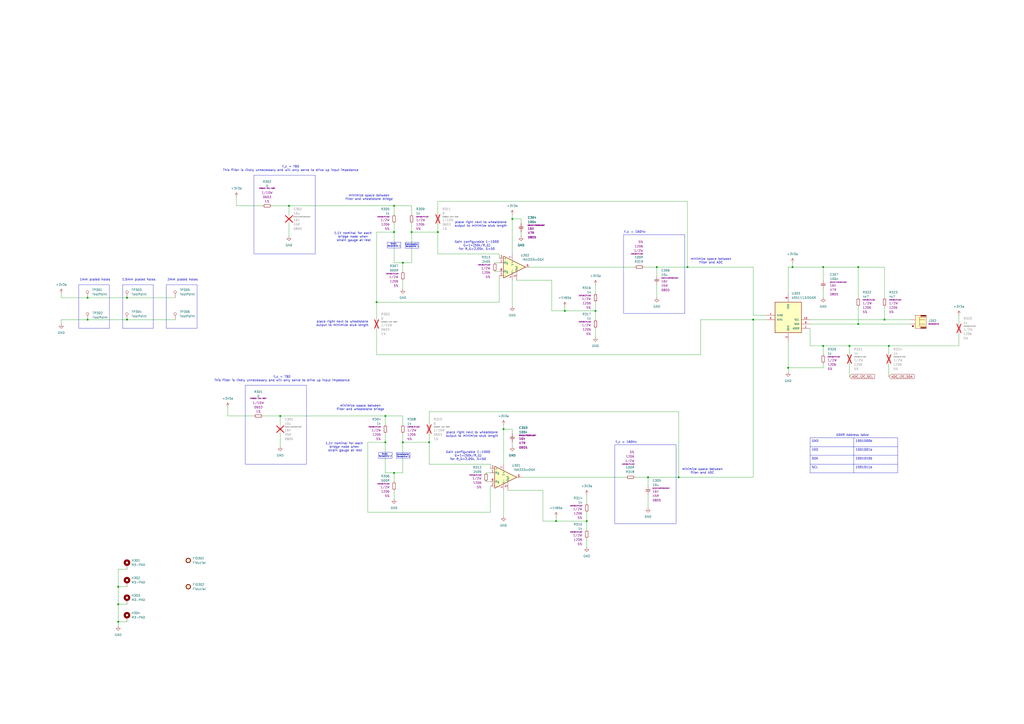
<source format=kicad_sch>
(kicad_sch (version 20250114) (generator "eeschema") (generator_version "9.0")
  (paper "A2")
  (rectangle (start 96.52 165.1) (end 114.3 190.5))
  (rectangle (start 229.9943 262.539) (end 237.8507 265.8999))
  (rectangle (start 235.0743 140.619) (end 242.9307 143.9799))
  (rectangle (start 224.6556 140.5157) (end 232.5373 143.8592))
  (rectangle (start 142.24 223.52) (end 177.8 269.24))
  (rectangle (start 45.72 165.1) (end 63.5 190.5))
  (rectangle (start 219.5756 262.4357) (end 227.4573 265.7792))
  (rectangle (start 361.696 136.144) (end 397.256 181.864))
  (rectangle (start 356.616 258.064) (end 392.176 303.784))
  (rectangle (start 71.12 165.1) (end 88.9 190.5))
  (rectangle (start 147.32 101.6) (end 182.88 147.32))
  (text "place right next to wheatstone\noutput to minimize stub length" (at 198.628 187.706 0) (effects (font (size 1.27 1.27))))
  (text "2mm plated holes\n" (at 105.918 162.306 0) (effects (font (size 1.27 1.27))))
  (text "Gain configurable 1-1000\nG=1+(50k/R_G)\nfor R_G=2.05k, G=50" (at 276.606 142.494 0) (effects (font (size 1.27 1.27))))
  (text "Compression \nSerpentine 1" (at 239.1227 142.4586 0) (effects (font (size 0.762 0.762))))
  (text "Strain \nSerpentine 2" (at 223.52 264.16 0) (effects (font (size 0.762 0.762))))
  (text "f_c = 160Hz" (at 368.3 134.62 0) (effects (font (size 1.27 1.27))))
  (text "Compression \nSerpentine 2" (at 234.0427 264.3786 0) (effects (font (size 0.762 0.762))))
  (text "1mm plated holes\n" (at 55.118 162.306 0) (effects (font (size 1.27 1.27))))
  (text "f_c = TBD\nThis filter is likely unnecessary and will only serve to drive up input impedance" (at 168.656 97.79 0) (effects (font (size 1.27 1.27))))
  (text "Gain configurable 1-1000\nG=1+(50k/R_G)\nfor R_G=2.05k, G=50" (at 271.526 264.414 0) (effects (font (size 1.27 1.27))))
  (text "f_c = TBD\nThis filter is likely unnecessary and will only serve to drive up input impedance" (at 163.576 219.71 0) (effects (font (size 1.27 1.27))))
  (text "place right next to wheatstone\noutput to minimize stub length" (at 278.892 130.048 0) (effects (font (size 1.27 1.27))))
  (text "minimize space between\nfilter and ADC\n" (at 412.496 151.384 0) (effects (font (size 1.27 1.27))))
  (text "1.5mm plated holes\n" (at 80.518 162.306 0) (effects (font (size 1.27 1.27))))
  (text "place right next to wheatstone\noutput to minimize stub length" (at 273.812 251.968 0) (effects (font (size 1.27 1.27))))
  (text "f_c = 160Hz" (at 363.22 256.54 0) (effects (font (size 1.27 1.27))))
  (text "1.1V nominal for each \nbridge node when \nstrain gauge at rest" (at 200.152 259.334 0) (effects (font (size 1.27 1.27))))
  (text "minimize space between\nfilter and wheatstone bridge" (at 209.042 236.474 0) (effects (font (size 1.27 1.27))))
  (text "1.1V nominal for each \nbridge node when \nstrain gauge at rest" (at 205.232 137.414 0) (effects (font (size 1.27 1.27))))
  (text "minimize space between\nfilter and ADC\n" (at 407.416 273.304 0) (effects (font (size 1.27 1.27))))
  (text "Strain \nSerpentine 1" (at 228.6 142.24 0) (effects (font (size 0.762 0.762))))
  (text "ADDR Address table" (at 494.538 252.476 0) (effects (font (size 1.27 1.27))))
  (text "minimize space between\nfilter and wheatstone bridge" (at 214.122 114.554 0) (effects (font (size 1.27 1.27))))
  (junction (at 513.08 185.42))
  (junction (at 327.66 180.34))
  (junction (at 228.6 119.38))
  (junction (at 233.68 152.4))
  (junction (at 50.8 185.42))
  (junction (at 167.64 119.38))
  (junction (at 497.84 154.94))
  (junction (at 393.7 276.86))
  (junction (at 457.2 213.36))
  (junction (at 515.62 200.66))
  (junction (at 477.52 200.66))
  (junction (at 398.78 154.94))
  (junction (at 73.66 185.42))
  (junction (at 381 154.94))
  (junction (at 322.58 302.26))
  (junction (at 345.44 180.34))
  (junction (at 477.52 154.94))
  (junction (at 248.92 256.54))
  (junction (at 497.84 187.96))
  (junction (at 223.52 256.54))
  (junction (at 68.58 350.52))
  (junction (at 218.44 175.26))
  (junction (at 228.6 274.32))
  (junction (at 340.36 302.26))
  (junction (at 436.88 185.42))
  (junction (at 228.6 134.62))
  (junction (at 68.58 340.36))
  (junction (at 238.76 134.62))
  (junction (at 292.1 248.92))
  (junction (at 233.68 256.54))
  (junction (at 68.58 360.68))
  (junction (at 50.8 172.72))
  (junction (at 297.18 127))
  (junction (at 492.76 200.66))
  (junction (at 375.92 276.86))
  (junction (at 73.66 172.72))
  (junction (at 254 134.62))
  (junction (at 162.56 241.3))
  (junction (at 459.74 154.94))
  (junction (at 223.52 241.3))
  (wire (pts (xy 436.88 182.88) (xy 444.5 182.88)))
  (wire (pts (xy 35.56 170.18) (xy 35.56 172.72)))
  (wire (pts (xy 513.08 172.72) (xy 513.08 154.94)))
  (wire (pts (xy 314.96 302.26) (xy 322.58 302.26)))
  (wire (pts (xy 297.18 251.46) (xy 297.18 248.92)))
  (wire (pts (xy 73.66 360.68) (xy 68.58 360.68)))
  (wire (pts (xy 381 165.1) (xy 381 172.72)))
  (wire (pts (xy 287.02 152.4) (xy 289.56 152.4)))
  (wire (pts (xy 50.8 172.72) (xy 73.66 172.72)))
  (wire (pts (xy 73.66 172.72) (xy 101.6 172.72)))
  (wire (pts (xy 375.92 276.86) (xy 375.92 281.94)))
  (wire (pts (xy 492.76 200.66) (xy 515.62 200.66)))
  (wire (pts (xy 68.58 350.52) (xy 68.58 360.68)))
  (wire (pts (xy 284.48 269.24) (xy 284.48 271.78)))
  (wire (pts (xy 223.52 251.46) (xy 223.52 256.54)))
  (wire (pts (xy 287.02 157.48) (xy 289.56 157.48)))
  (wire (pts (xy 167.64 119.38) (xy 228.6 119.38)))
  (wire (pts (xy 228.6 119.38) (xy 228.6 124.46)))
  (wire (pts (xy 469.9 185.42) (xy 513.08 185.42)))
  (wire (pts (xy 497.84 172.72) (xy 497.84 154.94)))
  (wire (pts (xy 218.44 205.74) (xy 218.44 190.5)))
  (wire (pts (xy 162.56 251.46) (xy 162.56 259.08)))
  (wire (pts (xy 457.2 154.94) (xy 457.2 170.18)))
  (wire (pts (xy 223.52 256.54) (xy 213.36 256.54)))
  (wire (pts (xy 444.5 185.42) (xy 436.88 185.42)))
  (wire (pts (xy 477.52 154.94) (xy 477.52 162.56)))
  (wire (pts (xy 223.52 256.54) (xy 223.52 274.32)))
  (wire (pts (xy 152.4 241.3) (xy 162.56 241.3)))
  (wire (pts (xy 459.74 152.4) (xy 459.74 154.94)))
  (wire (pts (xy 398.78 154.94) (xy 436.88 154.94)))
  (wire (pts (xy 284.48 297.18) (xy 284.48 281.94)))
  (wire (pts (xy 345.44 190.5) (xy 345.44 195.58)))
  (wire (pts (xy 248.92 256.54) (xy 248.92 251.46)))
  (wire (pts (xy 228.6 119.38) (xy 238.76 119.38)))
  (wire (pts (xy 157.48 119.38) (xy 167.64 119.38)))
  (wire (pts (xy 515.62 205.74) (xy 515.62 200.66)))
  (wire (pts (xy 340.36 297.18) (xy 340.36 302.26)))
  (wire (pts (xy 302.26 127) (xy 297.18 127)))
  (wire (pts (xy 162.56 241.3) (xy 162.56 246.38)))
  (wire (pts (xy 248.92 238.76) (xy 393.7 238.76)))
  (wire (pts (xy 68.58 330.2) (xy 68.58 340.36)))
  (wire (pts (xy 228.6 129.54) (xy 228.6 134.62)))
  (wire (pts (xy 35.56 187.96) (xy 35.56 185.42)))
  (wire (pts (xy 167.64 129.54) (xy 167.64 137.16)))
  (wire (pts (xy 314.96 302.26) (xy 314.96 284.48)))
  (wire (pts (xy 73.66 330.2) (xy 68.58 330.2)))
  (wire (pts (xy 340.36 312.42) (xy 340.36 317.5)))
  (wire (pts (xy 68.58 340.36) (xy 73.66 340.36)))
  (wire (pts (xy 477.52 167.64) (xy 477.52 172.72)))
  (wire (pts (xy 515.62 200.66) (xy 556.26 200.66)))
  (wire (pts (xy 292.1 248.92) (xy 292.1 269.24)))
  (wire (pts (xy 459.74 154.94) (xy 477.52 154.94)))
  (wire (pts (xy 297.18 124.46) (xy 297.18 127)))
  (wire (pts (xy 302.26 134.62) (xy 302.26 137.16)))
  (wire (pts (xy 327.66 180.34) (xy 345.44 180.34)))
  (wire (pts (xy 477.52 200.66) (xy 469.9 200.66)))
  (wire (pts (xy 457.2 215.9) (xy 457.2 213.36)))
  (wire (pts (xy 228.6 274.32) (xy 228.6 279.4)))
  (wire (pts (xy 137.16 119.38) (xy 152.4 119.38)))
  (wire (pts (xy 223.52 241.3) (xy 233.68 241.3)))
  (wire (pts (xy 497.84 177.8) (xy 497.84 187.96)))
  (wire (pts (xy 297.18 248.92) (xy 292.1 248.92)))
  (wire (pts (xy 228.6 284.48) (xy 228.6 289.56)))
  (wire (pts (xy 292.1 284.48) (xy 292.1 299.72)))
  (wire (pts (xy 345.44 180.34) (xy 345.44 185.42)))
  (wire (pts (xy 457.2 213.36) (xy 477.52 213.36)))
  (wire (pts (xy 35.56 185.42) (xy 50.8 185.42)))
  (wire (pts (xy 375.92 276.86) (xy 393.7 276.86)))
  (wire (pts (xy 320.04 180.34) (xy 327.66 180.34)))
  (wire (pts (xy 73.66 185.42) (xy 101.6 185.42)))
  (wire (pts (xy 233.68 152.4) (xy 238.76 152.4)))
  (wire (pts (xy 393.7 276.86) (xy 436.88 276.86)))
  (wire (pts (xy 248.92 246.38) (xy 248.92 238.76)))
  (wire (pts (xy 477.52 154.94) (xy 497.84 154.94)))
  (wire (pts (xy 345.44 165.1) (xy 345.44 170.18)))
  (wire (pts (xy 223.52 241.3) (xy 223.52 246.38)))
  (wire (pts (xy 167.64 119.38) (xy 167.64 124.46)))
  (wire (pts (xy 233.68 152.4) (xy 233.68 157.48)))
  (wire (pts (xy 248.92 256.54) (xy 248.92 269.24)))
  (wire (pts (xy 248.92 269.24) (xy 284.48 269.24)))
  (wire (pts (xy 132.08 236.22) (xy 132.08 241.3)))
  (wire (pts (xy 289.56 147.32) (xy 289.56 149.86)))
  (wire (pts (xy 381 154.94) (xy 398.78 154.94)))
  (wire (pts (xy 228.6 134.62) (xy 228.6 152.4)))
  (wire (pts (xy 297.18 162.56) (xy 297.18 177.8)))
  (wire (pts (xy 340.36 302.26) (xy 340.36 307.34)))
  (wire (pts (xy 35.56 172.72) (xy 50.8 172.72)))
  (wire (pts (xy 233.68 241.3) (xy 233.68 246.38)))
  (wire (pts (xy 281.94 279.4) (xy 284.48 279.4)))
  (wire (pts (xy 223.52 274.32) (xy 228.6 274.32)))
  (wire (pts (xy 436.88 154.94) (xy 436.88 182.88)))
  (wire (pts (xy 233.68 251.46) (xy 233.68 256.54)))
  (wire (pts (xy 238.76 134.62) (xy 254 134.62)))
  (wire (pts (xy 238.76 119.38) (xy 238.76 124.46)))
  (wire (pts (xy 556.26 193.04) (xy 556.26 200.66)))
  (wire (pts (xy 307.34 154.94) (xy 368.3 154.94)))
  (wire (pts (xy 322.58 302.26) (xy 340.36 302.26)))
  (wire (pts (xy 213.36 297.18) (xy 284.48 297.18)))
  (wire (pts (xy 492.76 210.82) (xy 492.76 218.44)))
  (wire (pts (xy 381 154.94) (xy 381 160.02)))
  (wire (pts (xy 373.38 154.94) (xy 381 154.94)))
  (wire (pts (xy 322.58 299.72) (xy 322.58 302.26)))
  (wire (pts (xy 228.6 152.4) (xy 233.68 152.4)))
  (wire (pts (xy 218.44 134.62) (xy 218.44 175.26)))
  (wire (pts (xy 281.94 274.32) (xy 284.48 274.32)))
  (wire (pts (xy 289.56 175.26) (xy 289.56 160.02)))
  (wire (pts (xy 513.08 185.42) (xy 528.32 185.42)))
  (wire (pts (xy 469.9 187.96) (xy 497.84 187.96)))
  (wire (pts (xy 292.1 246.38) (xy 292.1 248.92)))
  (wire (pts (xy 497.84 187.96) (xy 528.32 187.96)))
  (wire (pts (xy 492.76 205.74) (xy 492.76 200.66)))
  (wire (pts (xy 297.18 127) (xy 297.18 147.32)))
  (wire (pts (xy 477.52 210.82) (xy 477.52 213.36)))
  (wire (pts (xy 406.4 205.74) (xy 218.44 205.74)))
  (wire (pts (xy 50.8 185.42) (xy 73.66 185.42)))
  (wire (pts (xy 238.76 134.62) (xy 238.76 152.4)))
  (wire (pts (xy 556.26 182.88) (xy 556.26 187.96)))
  (wire (pts (xy 375.92 287.02) (xy 375.92 294.64)))
  (wire (pts (xy 457.2 154.94) (xy 459.74 154.94)))
  (wire (pts (xy 457.2 198.12) (xy 457.2 213.36)))
  (wire (pts (xy 497.84 154.94) (xy 513.08 154.94)))
  (wire (pts (xy 233.68 256.54) (xy 233.68 274.32)))
  (wire (pts (xy 233.68 256.54) (xy 248.92 256.54)))
  (wire (pts (xy 345.44 175.26) (xy 345.44 180.34)))
  (wire (pts (xy 213.36 256.54) (xy 213.36 297.18)))
  (wire (pts (xy 299.72 162.56) (xy 320.04 162.56)))
  (wire (pts (xy 398.78 154.94) (xy 398.78 116.84)))
  (wire (pts (xy 406.4 185.42) (xy 406.4 205.74)))
  (wire (pts (xy 340.36 287.02) (xy 340.36 292.1)))
  (wire (pts (xy 406.4 185.42) (xy 436.88 185.42)))
  (wire (pts (xy 320.04 180.34) (xy 320.04 162.56)))
  (wire (pts (xy 68.58 360.68) (xy 68.58 363.22)))
  (wire (pts (xy 254 124.46) (xy 254 116.84)))
  (wire (pts (xy 513.08 177.8) (xy 513.08 185.42)))
  (wire (pts (xy 137.16 114.3) (xy 137.16 119.38)))
  (wire (pts (xy 162.56 241.3) (xy 223.52 241.3)))
  (wire (pts (xy 132.08 241.3) (xy 147.32 241.3)))
  (wire (pts (xy 302.26 129.54) (xy 302.26 127)))
  (wire (pts (xy 477.52 205.74) (xy 477.52 200.66)))
  (wire (pts (xy 218.44 175.26) (xy 289.56 175.26)))
  (wire (pts (xy 218.44 185.42) (xy 218.44 175.26)))
  (wire (pts (xy 68.58 350.52) (xy 73.66 350.52)))
  (wire (pts (xy 254 134.62) (xy 254 147.32)))
  (wire (pts (xy 469.9 200.66) (xy 469.9 190.5)))
  (wire (pts (xy 238.76 129.54) (xy 238.76 134.62)))
  (wire (pts (xy 393.7 276.86) (xy 393.7 238.76)))
  (wire (pts (xy 68.58 340.36) (xy 68.58 350.52)))
  (wire (pts (xy 436.88 185.42) (xy 436.88 276.86)))
  (wire (pts (xy 492.76 200.66) (xy 477.52 200.66)))
  (wire (pts (xy 515.62 210.82) (xy 515.62 218.44)))
  (wire (pts (xy 254 116.84) (xy 398.78 116.84)))
  (wire (pts (xy 297.18 256.54) (xy 297.18 259.08)))
  (wire (pts (xy 368.3 276.86) (xy 375.92 276.86)))
  (wire (pts (xy 233.68 162.56) (xy 233.68 167.64)))
  (wire (pts (xy 254 134.62) (xy 254 129.54)))
  (wire (pts (xy 254 147.32) (xy 289.56 147.32)))
  (wire (pts (xy 294.64 284.48) (xy 314.96 284.48)))
  (wire (pts (xy 327.66 177.8) (xy 327.66 180.34)))
  (wire (pts (xy 228.6 134.62) (xy 218.44 134.62)))
  (wire (pts (xy 302.26 276.86) (xy 363.22 276.86)))
  (wire (pts (xy 228.6 274.32) (xy 233.68 274.32)))
  (table (column_count 2) (border (external yes) (header yes)) (separators (rows yes) (cols yes)) (column_widths 25.4 25.4) (row_heights 5.08 5.08 5.08 5.08) (cells (table_cell "GND" (at 469.9 254 0) (size 25.4 5.08) (margins 0.9525 0.9525 0.9525 0.9525) (span 1 1)) (table_cell "1001000b" (at 495.3 254 0) (size 25.4 5.08) (margins 0.9525 0.9525 0.9525 0.9525) (span 1 1)) (table_cell "VDD" (at 469.9 259.08 0) (size 25.4 5.08) (margins 0.9525 0.9525 0.9525 0.9525) (span 1 1)) (table_cell "1001001b" (at 495.3 259.08 0) (size 25.4 5.08) (margins 0.9525 0.9525 0.9525 0.9525) (span 1 1)) (table_cell "SDA" (at 469.9 264.16 0) (size 25.4 5.08) (margins 0.9525 0.9525 0.9525 0.9525) (span 1 1)) (table_cell "1001010b" (at 495.3 264.16 0) (size 25.4 5.08) (margins 0.9525 0.9525 0.9525 0.9525) (span 1 1)) (table_cell "SCL" (at 469.9 269.24 0) (size 25.4 5.08) (margins 0.9525 0.9525 0.9525 0.9525) (span 1 1)) (table_cell "1001011b" (at 495.3 269.24 0) (size 25.4 5.08) (margins 0.9525 0.9525 0.9525 0.9525) (span 1 1))))
  (global_label "ADC_I2C_SDA" (shape input) (at 515.62 218.44 0) (property "Intersheetrefs" "${INTERSHEET_REFS}" (effects (hide yes))))
  (global_label "ADC_I2C_SCL" (shape input) (at 492.76 218.44 0) (property "Intersheetrefs" "${INTERSHEET_REFS}" (effects (hide yes))))
  (symbol (lib_id "ulib_Mounting_Holes:Fiducial") (at 109.22 325.12 0) (unit 1)
    (property "Reference" "FID301" (at 111.76 323.8499 0) (effects (justify left)))
    (property "Value" "Fiducial" (at 111.76 326.3899 0) (effects (justify left)))
    (property "Footprint" "ulib_Mechanical:Fiducial_0.5mm_Mask1mm" (effects (hide yes)))
    (property "Description" "Fiducial Marker" (effects (hide yes)))
  )
  (symbol (lib_id "power:+3V3") (at 322.58 299.72 0) (mirror y) (unit 1)
    (property "Reference" "#PWR0316" (effects (hide yes)))
    (property "Value" "+1V65a" (at 322.58 294.64 0))
    (property "Description" "Power symbol creates a global label with name \"+3V3\"" (effects (hide yes)))
  )
  (symbol (lib_id "ulib_Resistor_SMD_0.5W:1k") (at 281.94 279.4 0) (mirror x) (unit 1)
    (property "Reference" "R312" (at 279.4 271.1449 0) (effects (justify right)))
    (property "Value" "2k05" (at 279.4 273.6849 0) (effects (justify right)))
    (property "Footprint" "ulib_Resistors_SMD:R_1206_3216Metric" (effects (hide yes)))
    (property "Datasheet" "https://fscdn.rohm.com/en/products/databook/datasheet/passive/resistor/chip_resistor/esr-e.pdf" (effects (hide yes)))
    (property "Description" "1/2W 1k 5% SMD Resistor - Thick Film Anti-Surge" (effects (hide yes)))
    (property "Mfr PN" "ESR18EZPJ102" (at 279.4 275.59 0) (effects (font (size 0.635 0.635)) (justify right)))
    (property "Power" "1/2W" (at 279.4 277.4949 0) (effects (justify right)))
    (property "Package" "1206" (at 279.4 280.0349 0) (effects (justify right)))
    (property "Tolerance" "5%" (at 279.4 282.5749 0) (effects (justify right)))
  )
  (symbol (lib_id "power:+3V3") (at 556.26 182.88 0) (unit 1)
    (property "Reference" "#PWR0327" (effects (hide yes)))
    (property "Value" "+3V3a" (at 556.26 177.8 0))
    (property "Description" "Power symbol creates a global label with name \"+3V3\"" (effects (hide yes)))
  )
  (symbol (lib_id "ulib_Resistor_SMD_0.5W:1k") (at 238.76 129.54 180) (unit 1)
    (property "Reference" "R309" (at 241.3 121.2849 0) (effects (justify right)))
    (property "Value" "1k" (at 241.3 123.8249 0) (effects (justify right)))
    (property "Footprint" "ulib_Resistors_SMD:R_1206_3216Metric" (effects (hide yes)))
    (property "Datasheet" "https://fscdn.rohm.com/en/products/databook/datasheet/passive/resistor/chip_resistor/esr-e.pdf" (effects (hide yes)))
    (property "Description" "1/2W 1k 5% SMD Resistor - Thick Film Anti-Surge" (effects (hide yes)))
    (property "Mfr PN" "ESR18EZPJ102" (at 241.3 125.73 0) (effects (font (size 0.635 0.635)) (justify right)))
    (property "Power" "1/2W" (at 241.3 127.6349 0) (effects (justify right)))
    (property "Package" "1206" (at 241.3 130.1749 0) (effects (justify right)))
    (property "Tolerance" "5%" (at 241.3 132.7149 0) (effects (justify right)))
  )
  (symbol (lib_id "Connector:TestPoint") (at 101.6 172.72 0) (unit 1)
    (property "Reference" "TP305" (at 104.14 168.1479 0) (effects (justify left)))
    (property "Value" "TestPoint" (at 104.14 170.6879 0) (effects (justify left)))
    (property "Footprint" "TestPoint:TestPoint_THTPad_D4.0mm_Drill2.0mm" (effects (hide yes)))
    (property "Description" "test point" (effects (hide yes)))
  )
  (symbol (lib_id "ulib_Resistor_SMD_0.1W:0") (at 157.48 119.38 270) (unit 1)
    (property "Reference" "R302" (at 154.94 105.41 90))
    (property "Value" "0" (at 154.94 107.95 90))
    (property "Footprint" "ulib_Resistors_SMD:R_0603_1608Metric" (effects (hide yes)))
    (property "Datasheet" "https://page.venkel.com/hubfs/Resources/Datasheets/CR-Series.pdf" (effects (hide yes)))
    (property "Description" "1/10W 0 1% SMD Resistor - Thick Film" (effects (hide yes)))
    (property "Mfr PN" "CR0603-10W-000T" (at 154.94 109.22 90) (effects (font (size 0.635 0.635))))
    (property "Power" "1/10W" (at 154.94 111.76 90))
    (property "Package" "0603" (at 154.94 114.3 90))
    (property "Tolerance" "1%" (at 154.94 116.84 90))
  )
  (symbol (lib_id "ulib_Resistor_SMD_0.5W:1k") (at 287.02 157.48 0) (mirror x) (unit 1)
    (property "Reference" "R313" (at 284.48 149.2249 0) (effects (justify right)))
    (property "Value" "2k05" (at 284.48 151.7649 0) (effects (justify right)))
    (property "Footprint" "ulib_Resistors_SMD:R_1206_3216Metric" (effects (hide yes)))
    (property "Datasheet" "https://fscdn.rohm.com/en/products/databook/datasheet/passive/resistor/chip_resistor/esr-e.pdf" (effects (hide yes)))
    (property "Description" "1/2W 1k 5% SMD Resistor - Thick Film Anti-Surge" (effects (hide yes)))
    (property "Mfr PN" "ESR18EZPJ102" (at 284.48 153.67 0) (effects (font (size 0.635 0.635)) (justify right)))
    (property "Power" "1/2W" (at 284.48 155.5749 0) (effects (justify right)))
    (property "Package" "1206" (at 284.48 158.1149 0) (effects (justify right)))
    (property "Tolerance" "5%" (at 284.48 160.6549 0) (effects (justify right)))
  )
  (symbol (lib_id "ulib_Resistor_SMD_0.1W:0") (at 218.44 185.42 0) (unit 1) (in_bom no) (dnp yes)
    (property "Reference" "R303" (at 220.98 182.2449 0) (effects (justify left)))
    (property "Value" "0" (at 220.98 184.7849 0) (effects (justify left)))
    (property "Footprint" "ulib_Resistors_SMD:R_0603_1608Metric" (effects (hide yes)))
    (property "Datasheet" "https://page.venkel.com/hubfs/Resources/Datasheets/CR-Series.pdf" (effects (hide yes)))
    (property "Description" "1/10W 0 1% SMD Resistor - Thick Film" (effects (hide yes)))
    (property "Mfr PN" "CR0603-10W-000T" (at 220.98 186.69 0) (effects (font (size 0.635 0.635)) (justify left)))
    (property "Power" "1/10W" (at 220.98 188.5949 0) (effects (justify left)))
    (property "Package" "0603" (at 220.98 191.1349 0) (effects (justify left)))
    (property "Tolerance" "1%" (at 220.98 193.6749 0) (effects (justify left)))
  )
  (symbol (lib_id "ulib_Resistor_SMD_0.5W:1k") (at 345.44 175.26 0) (mirror x) (unit 1)
    (property "Reference" "R316" (at 342.9 167.0049 0) (effects (justify right)))
    (property "Value" "1k" (at 342.9 169.5449 0) (effects (justify right)))
    (property "Footprint" "ulib_Resistors_SMD:R_1206_3216Metric" (effects (hide yes)))
    (property "Datasheet" "https://fscdn.rohm.com/en/products/databook/datasheet/passive/resistor/chip_resistor/esr-e.pdf" (effects (hide yes)))
    (property "Description" "1/2W 1k 5% SMD Resistor - Thick Film Anti-Surge" (effects (hide yes)))
    (property "Mfr PN" "ESR18EZPJ102" (at 342.9 171.45 0) (effects (font (size 0.635 0.635)) (justify right)))
    (property "Power" "1/2W" (at 342.9 173.3549 0) (effects (justify right)))
    (property "Package" "1206" (at 342.9 175.8949 0) (effects (justify right)))
    (property "Tolerance" "5%" (at 342.9 178.4349 0) (effects (justify right)))
  )
  (symbol (lib_id "power:GND") (at 167.64 137.16 0) (unit 1)
    (property "Reference" "#PWR0307" (effects (hide yes)))
    (property "Value" "GND" (at 167.64 142.24 0))
    (property "Description" "Power symbol creates a global label with name \"GND\" , ground" (effects (hide yes)))
  )
  (symbol (lib_id "ulib_Resistor_SMD_0.5W:1k") (at 515.62 210.82 180) (unit 1) (in_bom no) (dnp yes)
    (property "Reference" "R324" (at 518.16 202.5649 0) (effects (justify right)))
    (property "Value" "1k" (at 518.16 205.1049 0) (effects (justify right)))
    (property "Footprint" "ulib_Resistors_SMD:R_1206_3216Metric" (effects (hide yes)))
    (property "Datasheet" "https://fscdn.rohm.com/en/products/databook/datasheet/passive/resistor/chip_resistor/esr-e.pdf" (effects (hide yes)))
    (property "Description" "1/2W 1k 5% SMD Resistor - Thick Film Anti-Surge" (effects (hide yes)))
    (property "Mfr PN" "ESR18EZPJ102" (at 518.16 207.01 0) (effects (font (size 0.635 0.635)) (justify right)))
    (property "Power" "1/2W" (at 518.16 208.9149 0) (effects (justify right)))
    (property "Package" "1206" (at 518.16 211.4549 0) (effects (justify right)))
    (property "Tolerance" "5%" (at 518.16 213.9949 0) (effects (justify right)))
  )
  (symbol (lib_id "power:GND") (at 228.6 289.56 0) (unit 1)
    (property "Reference" "#PWR0308" (effects (hide yes)))
    (property "Value" "GND" (at 228.6 294.64 0))
    (property "Description" "Power symbol creates a global label with name \"GND\" , ground" (effects (hide yes)))
  )
  (symbol (lib_id "ulib_Resistor_SMD_0.5W:1k") (at 513.08 177.8 180) (unit 1)
    (property "Reference" "R323" (at 515.62 169.5449 0) (effects (justify right)))
    (property "Value" "4k7" (at 515.62 172.0849 0) (effects (justify right)))
    (property "Footprint" "ulib_Resistors_SMD:R_1206_3216Metric" (effects (hide yes)))
    (property "Datasheet" "https://fscdn.rohm.com/en/products/databook/datasheet/passive/resistor/chip_resistor/esr-e.pdf" (effects (hide yes)))
    (property "Description" "1/2W 1k 5% SMD Resistor - Thick Film Anti-Surge" (effects (hide yes)))
    (property "Mfr PN" "ESR18EZPJ102" (at 515.62 173.99 0) (effects (font (size 0.635 0.635)) (justify right)))
    (property "Power" "1/2W" (at 515.62 175.8949 0) (effects (justify right)))
    (property "Package" "1206" (at 515.62 178.4349 0) (effects (justify right)))
    (property "Tolerance" "5%" (at 515.62 180.9749 0) (effects (justify right)))
  )
  (symbol (lib_id "ulib_Resistor_SMD_0.5W:1k") (at 228.6 284.48 0) (mirror x) (unit 1)
    (property "Reference" "R306" (at 226.06 276.2249 0) (effects (justify right)))
    (property "Value" "500R" (at 226.06 278.7649 0) (effects (justify right)))
    (property "Footprint" "ulib_Resistors_SMD:R_1206_3216Metric" (effects (hide yes)))
    (property "Datasheet" "https://fscdn.rohm.com/en/products/databook/datasheet/passive/resistor/chip_resistor/esr-e.pdf" (effects (hide yes)))
    (property "Description" "1/2W 1k 5% SMD Resistor - Thick Film Anti-Surge" (effects (hide yes)))
    (property "Mfr PN" "ESR18EZPJ102" (at 226.06 280.67 0) (effects (font (size 0.635 0.635)) (justify right)))
    (property "Power" "1/2W" (at 226.06 282.5749 0) (effects (justify right)))
    (property "Package" "1206" (at 226.06 285.1149 0) (effects (justify right)))
    (property "Tolerance" "5%" (at 226.06 287.6549 0) (effects (justify right)))
  )
  (symbol (lib_id "power:GND") (at 340.36 317.5 0) (mirror y) (unit 1)
    (property "Reference" "#PWR0319" (effects (hide yes)))
    (property "Value" "GND" (at 340.36 322.58 0))
    (property "Description" "Power symbol creates a global label with name \"GND\" , ground" (effects (hide yes)))
  )
  (symbol (lib_id "power:GND") (at 477.52 172.72 0) (unit 1)
    (property "Reference" "#PWR0326" (effects (hide yes)))
    (property "Value" "GND" (at 477.52 177.8 0))
    (property "Description" "Power symbol creates a global label with name \"GND\" , ground" (effects (hide yes)))
  )
  (symbol (lib_id "power:GND") (at 457.2 215.9 0) (unit 1)
    (property "Reference" "#PWR0324" (effects (hide yes)))
    (property "Value" "GND" (at 457.2 220.98 0))
    (property "Description" "Power symbol creates a global label with name \"GND\" , ground" (effects (hide yes)))
  )
  (symbol (lib_id "power:+3V3") (at 345.44 165.1 0) (mirror y) (unit 1)
    (property "Reference" "#PWR0320" (effects (hide yes)))
    (property "Value" "+3V3a" (at 345.44 160.02 0))
    (property "Description" "Power symbol creates a global label with name \"+3V3\"" (effects (hide yes)))
  )
  (symbol (lib_id "power:+3V3") (at 340.36 287.02 0) (mirror y) (unit 1)
    (property "Reference" "#PWR0318" (effects (hide yes)))
    (property "Value" "+3V3a" (at 340.36 281.94 0))
    (property "Description" "Power symbol creates a global label with name \"+3V3\"" (effects (hide yes)))
  )
  (symbol (lib_id "ulib_Mounting_Holes:Fiducial") (at 109.22 340.36 0) (unit 1)
    (property "Reference" "FID302" (at 111.76 339.0899 0) (effects (justify left)))
    (property "Value" "Fiducial" (at 111.76 341.6299 0) (effects (justify left)))
    (property "Footprint" "ulib_Mechanical:Fiducial_0.5mm_Mask1mm" (effects (hide yes)))
    (property "Description" "Fiducial Marker" (effects (hide yes)))
  )
  (symbol (lib_id "power:GND") (at 302.26 137.16 0) (unit 1)
    (property "Reference" "#PWR0315" (effects (hide yes)))
    (property "Value" "GND" (at 302.26 142.24 0))
    (property "Description" "Power symbol creates a global label with name \"GND\" , ground" (effects (hide yes)))
  )
  (symbol (lib_id "ulib_Resistor_SMD_0.5W:1k") (at 223.52 251.46 0) (mirror x) (unit 1)
    (property "Reference" "R304" (at 220.98 243.2049 0) (effects (justify right)))
    (property "Value" "1k" (at 220.98 245.7449 0) (effects (justify right)))
    (property "Footprint" "ulib_Resistors_SMD:R_1206_3216Metric" (effects (hide yes)))
    (property "Datasheet" "https://fscdn.rohm.com/en/products/databook/datasheet/passive/resistor/chip_resistor/esr-e.pdf" (effects (hide yes)))
    (property "Description" "1/2W 1k 5% SMD Resistor - Thick Film Anti-Surge" (effects (hide yes)))
    (property "Mfr PN" "ESR18EZPJ102" (at 220.98 247.65 0) (effects (font (size 0.635 0.635)) (justify right)))
    (property "Power" "1/2W" (at 220.98 249.5549 0) (effects (justify right)))
    (property "Package" "1206" (at 220.98 252.0949 0) (effects (justify right)))
    (property "Tolerance" "5%" (at 220.98 254.6349 0) (effects (justify right)))
  )
  (symbol (lib_id "power:+3V3") (at 137.16 114.3 0) (unit 1)
    (property "Reference" "#PWR0305" (effects (hide yes)))
    (property "Value" "+3V3a" (at 137.16 109.22 0))
    (property "Description" "Power symbol creates a global label with name \"+3V3\"" (effects (hide yes)))
  )
  (symbol (lib_id "Connector:TestPoint") (at 50.8 185.42 0) (unit 1)
    (property "Reference" "TP302" (at 53.594 181.61 0) (effects (justify left)))
    (property "Value" "TestPoint" (at 53.594 184.15 0) (effects (justify left)))
    (property "Footprint" "TestPoint:TestPoint_THTPad_D2.0mm_Drill1.0mm" (effects (hide yes)))
    (property "Description" "test point" (effects (hide yes)))
  )
  (symbol (lib_id "ulib_Resistor_SMD_0.5W:1k") (at 556.26 193.04 180) (unit 1) (in_bom no) (dnp yes)
    (property "Reference" "R325" (at 558.8 184.7849 0) (effects (justify right)))
    (property "Value" "1k" (at 558.8 187.3249 0) (effects (justify right)))
    (property "Footprint" "ulib_Resistors_SMD:R_1206_3216Metric" (effects (hide yes)))
    (property "Datasheet" "https://fscdn.rohm.com/en/products/databook/datasheet/passive/resistor/chip_resistor/esr-e.pdf" (effects (hide yes)))
    (property "Description" "1/2W 1k 5% SMD Resistor - Thick Film Anti-Surge" (effects (hide yes)))
    (property "Mfr PN" "ESR18EZPJ102" (at 558.8 189.23 0) (effects (font (size 0.635 0.635)) (justify right)))
    (property "Power" "1/2W" (at 558.8 191.1349 0) (effects (justify right)))
    (property "Package" "1206" (at 558.8 193.6749 0) (effects (justify right)))
    (property "Tolerance" "5%" (at 558.8 196.2149 0) (effects (justify right)))
  )
  (symbol (lib_id "ulib_Resistor_SMD_0.1W:0") (at 248.92 246.38 0) (unit 1) (in_bom no) (dnp yes)
    (property "Reference" "R310" (at 251.46 243.2049 0) (effects (justify left)))
    (property "Value" "0" (at 251.46 245.7449 0) (effects (justify left)))
    (property "Footprint" "ulib_Resistors_SMD:R_0603_1608Metric" (effects (hide yes)))
    (property "Datasheet" "https://page.venkel.com/hubfs/Resources/Datasheets/CR-Series.pdf" (effects (hide yes)))
    (property "Description" "1/10W 0 1% SMD Resistor - Thick Film" (effects (hide yes)))
    (property "Mfr PN" "CR0603-10W-000T" (at 251.46 247.65 0) (effects (font (size 0.635 0.635)) (justify left)))
    (property "Power" "1/10W" (at 251.46 249.5549 0) (effects (justify left)))
    (property "Package" "0603" (at 251.46 252.0949 0) (effects (justify left)))
    (property "Tolerance" "1%" (at 251.46 254.6349 0) (effects (justify left)))
  )
  (symbol (lib_id "Capacitor 12V Picogrid:2.2u") (at 477.52 162.56 0) (unit 1)
    (property "Reference" "C307" (at 481.33 159.258 0) (effects (justify left)))
    (property "Value" "100n" (at 481.33 161.798 0) (effects (justify left)))
    (property "Footprint" "ulib_Capacitor_SMD:C_0805_2012Metric" (effects (hide yes)))
    (property "Datasheet" "http://www.calchipelectronics.com/pdf/gmc_series.pdf" (effects (hide yes)))
    (property "Description" "16V; X7R; 10%; 0805; GMC21X7R225K16NT" (effects (hide yes)))
    (property "Mfr PN" "GMC21X7R225K16NT" (at 481.33 163.7031 0) (effects (font (size 0.635 0.635)) (justify left)))
    (property "Voltage" "16V" (at 481.33 165.608 0) (effects (justify left)))
    (property "Dielectric" "X7R" (at 481.33 168.148 0) (effects (justify left)))
    (property "Package" "0805" (at 481.33 170.688 0) (effects (justify left)))
  )
  (symbol (lib_id "Capacitor 12V Picogrid:22u") (at 167.64 124.46 0) (unit 1) (in_bom no) (dnp yes)
    (property "Reference" "C302" (at 170.18 121.2849 0) (effects (justify left)))
    (property "Value" "10u" (at 170.18 123.8249 0) (effects (justify left)))
    (property "Footprint" "ulib_Capacitor_SMD:C_0805_2012Metric" (effects (hide yes)))
    (property "Datasheet" "http://www.calchipelectronics.com/pdf/gmc_series.pdf" (effects (hide yes)))
    (property "Description" "16V; X5R; 20%; 0805; GMC21X5R226M16NT" (effects (hide yes)))
    (property "Mfr PN" "GMC21X5R226M16NT" (at 170.18 125.73 0) (effects (font (size 0.635 0.635)) (justify left)))
    (property "Voltage" "16V" (at 170.18 127.6349 0) (effects (justify left)))
    (property "Dielectric" "X5R" (at 170.18 130.1749 0) (effects (justify left)))
    (property "Package" "0805" (at 170.18 132.7149 0) (effects (justify left)))
  )
  (symbol (lib_id "ulib_Resistor_SMD_0.5W:1k") (at 492.76 210.82 180) (unit 1) (in_bom no) (dnp yes)
    (property "Reference" "R321" (at 495.3 202.5649 0) (effects (justify right)))
    (property "Value" "1k" (at 495.3 205.1049 0) (effects (justify right)))
    (property "Footprint" "ulib_Resistors_SMD:R_1206_3216Metric" (effects (hide yes)))
    (property "Datasheet" "https://fscdn.rohm.com/en/products/databook/datasheet/passive/resistor/chip_resistor/esr-e.pdf" (effects (hide yes)))
    (property "Description" "1/2W 1k 5% SMD Resistor - Thick Film Anti-Surge" (effects (hide yes)))
    (property "Mfr PN" "ESR18EZPJ102" (at 495.3 207.01 0) (effects (font (size 0.635 0.635)) (justify right)))
    (property "Power" "1/2W" (at 495.3 208.9149 0) (effects (justify right)))
    (property "Package" "1206" (at 495.3 211.4549 0) (effects (justify right)))
    (property "Tolerance" "5%" (at 495.3 213.9949 0) (effects (justify right)))
  )
  (symbol (lib_id "Capacitor 12V Picogrid:2.2u") (at 302.26 129.54 0) (unit 1)
    (property "Reference" "C304" (at 306.07 126.238 0) (effects (justify left)))
    (property "Value" "100n" (at 306.07 128.778 0) (effects (justify left)))
    (property "Footprint" "ulib_Capacitor_SMD:C_0805_2012Metric" (effects (hide yes)))
    (property "Datasheet" "http://www.calchipelectronics.com/pdf/gmc_series.pdf" (effects (hide yes)))
    (property "Description" "16V; X7R; 10%; 0805; GMC21X7R225K16NT" (effects (hide yes)))
    (property "Mfr PN" "GMC21X7R225K16NT" (at 306.07 130.6831 0) (effects (font (size 0.635 0.635)) (justify left)))
    (property "Voltage" "16V" (at 306.07 132.588 0) (effects (justify left)))
    (property "Dielectric" "X7R" (at 306.07 135.128 0) (effects (justify left)))
    (property "Package" "0805" (at 306.07 137.668 0) (effects (justify left)))
  )
  (symbol (lib_id "power:GND") (at 35.56 187.96 0) (unit 1)
    (property "Reference" "#PWR0302" (effects (hide yes)))
    (property "Value" "GND" (at 35.56 193.04 0))
    (property "Description" "Power symbol creates a global label with name \"GND\" , ground" (effects (hide yes)))
  )
  (symbol (lib_id "ulib_Resistor_SMD_0.5W:1k") (at 233.68 162.56 0) (mirror x) (unit 1)
    (property "Reference" "R307" (at 231.14 154.3049 0) (effects (justify right)))
    (property "Value" "500R" (at 231.14 156.8449 0) (effects (justify right)))
    (property "Footprint" "ulib_Resistors_SMD:R_1206_3216Metric" (effects (hide yes)))
    (property "Datasheet" "https://fscdn.rohm.com/en/products/databook/datasheet/passive/resistor/chip_resistor/esr-e.pdf" (effects (hide yes)))
    (property "Description" "1/2W 1k 5% SMD Resistor - Thick Film Anti-Surge" (effects (hide yes)))
    (property "Mfr PN" "ESR18EZPJ102" (at 231.14 158.75 0) (effects (font (size 0.635 0.635)) (justify right)))
    (property "Power" "1/2W" (at 231.14 160.6549 0) (effects (justify right)))
    (property "Package" "1206" (at 231.14 163.1949 0) (effects (justify right)))
    (property "Tolerance" "5%" (at 231.14 165.7349 0) (effects (justify right)))
  )
  (symbol (lib_id "ulib_Resistor_SMD_0.5W:1k") (at 373.38 154.94 270) (mirror x) (unit 1)
    (property "Reference" "R319" (at 373.126 151.7651 90) (effects (justify right)))
    (property "Value" "100R" (at 373.126 149.2251 90) (effects (justify right)))
    (property "Footprint" "ulib_Resistors_SMD:R_1206_3216Metric" (effects (hide yes)))
    (property "Datasheet" "https://fscdn.rohm.com/en/products/databook/datasheet/passive/resistor/chip_resistor/esr-e.pdf" (effects (hide yes)))
    (property "Description" "1/2W 1k 5% SMD Resistor - Thick Film Anti-Surge" (effects (hide yes)))
    (property "Mfr PN" "ESR18EZPJ102" (at 373.126 147.32 90) (effects (font (size 0.635 0.635)) (justify right)))
    (property "Power" "1/2W" (at 373.126 145.4151 90) (effects (justify right)))
    (property "Package" "1206" (at 373.126 142.8751 90) (effects (justify right)))
    (property "Tolerance" "5%" (at 373.126 140.3351 90) (effects (justify right)))
  )
  (symbol (lib_id "ulib_Resistor_SMD_0.5W:1k") (at 233.68 251.46 180) (unit 1)
    (property "Reference" "R308" (at 236.22 243.2049 0) (effects (justify right)))
    (property "Value" "1k" (at 236.22 245.7449 0) (effects (justify right)))
    (property "Footprint" "ulib_Resistors_SMD:R_1206_3216Metric" (effects (hide yes)))
    (property "Datasheet" "https://fscdn.rohm.com/en/products/databook/datasheet/passive/resistor/chip_resistor/esr-e.pdf" (effects (hide yes)))
    (property "Description" "1/2W 1k 5% SMD Resistor - Thick Film Anti-Surge" (effects (hide yes)))
    (property "Mfr PN" "ESR18EZPJ102" (at 236.22 247.65 0) (effects (font (size 0.635 0.635)) (justify right)))
    (property "Power" "1/2W" (at 236.22 249.5549 0) (effects (justify right)))
    (property "Package" "1206" (at 236.22 252.0949 0) (effects (justify right)))
    (property "Tolerance" "5%" (at 236.22 254.6349 0) (effects (justify right)))
  )
  (symbol (lib_id "ulib_Resistor_SMD_0.5W:1k") (at 340.36 297.18 0) (mirror x) (unit 1)
    (property "Reference" "R314" (at 337.82 288.9249 0) (effects (justify right)))
    (property "Value" "1k" (at 337.82 291.4649 0) (effects (justify right)))
    (property "Footprint" "ulib_Resistors_SMD:R_1206_3216Metric" (effects (hide yes)))
    (property "Datasheet" "https://fscdn.rohm.com/en/products/databook/datasheet/passive/resistor/chip_resistor/esr-e.pdf" (effects (hide yes)))
    (property "Description" "1/2W 1k 5% SMD Resistor - Thick Film Anti-Surge" (effects (hide yes)))
    (property "Mfr PN" "ESR18EZPJ102" (at 337.82 293.37 0) (effects (font (size 0.635 0.635)) (justify right)))
    (property "Power" "1/2W" (at 337.82 295.2749 0) (effects (justify right)))
    (property "Package" "1206" (at 337.82 297.8149 0) (effects (justify right)))
    (property "Tolerance" "5%" (at 337.82 300.3549 0) (effects (justify right)))
  )
  (symbol (lib_id "Capacitor 12V Picogrid:22u") (at 375.92 281.94 0) (unit 1)
    (property "Reference" "C305" (at 378.46 278.7649 0) (effects (justify left)))
    (property "Value" "10u" (at 378.46 281.3049 0) (effects (justify left)))
    (property "Footprint" "ulib_Capacitor_SMD:C_0805_2012Metric" (effects (hide yes)))
    (property "Datasheet" "http://www.calchipelectronics.com/pdf/gmc_series.pdf" (effects (hide yes)))
    (property "Description" "16V; X5R; 20%; 0805; GMC21X5R226M16NT" (effects (hide yes)))
    (property "Mfr PN" "GMC21X5R226M16NT" (at 378.46 283.21 0) (effects (font (size 0.635 0.635)) (justify left)))
    (property "Voltage" "16V" (at 378.46 285.1149 0) (effects (justify left)))
    (property "Dielectric" "X5R" (at 378.46 287.6549 0) (effects (justify left)))
    (property "Package" "0805" (at 378.46 290.1949 0) (effects (justify left)))
  )
  (symbol (lib_id "power:+3V3") (at 292.1 246.38 0) (unit 1)
    (property "Reference" "#PWR0310" (effects (hide yes)))
    (property "Value" "+3V3a" (at 292.1 241.3 0))
    (property "Description" "Power symbol creates a global label with name \"+3V3\"" (effects (hide yes)))
  )
  (symbol (lib_id "Connector:TestPoint") (at 73.66 172.72 0) (unit 1)
    (property "Reference" "TP303" (at 76.2 168.1479 0) (effects (justify left)))
    (property "Value" "TestPoint" (at 76.2 170.6879 0) (effects (justify left)))
    (property "Footprint" "TestPoint:TestPoint_THTPad_D3.0mm_Drill1.5mm" (effects (hide yes)))
    (property "Description" "test point" (effects (hide yes)))
  )
  (symbol (lib_id "power:+3V3") (at 35.56 170.18 0) (unit 1)
    (property "Reference" "#PWR0301" (effects (hide yes)))
    (property "Value" "+3V3a" (at 35.56 165.1 0))
    (property "Description" "Power symbol creates a global label with name \"+3V3\"" (effects (hide yes)))
  )
  (symbol (lib_id "power:+3V3") (at 132.08 236.22 0) (unit 1)
    (property "Reference" "#PWR0304" (effects (hide yes)))
    (property "Value" "+3V3a" (at 132.08 231.14 0))
    (property "Description" "Power symbol creates a global label with name \"+3V3\"" (effects (hide yes)))
  )
  (symbol (lib_id "Capacitor 12V Picogrid:22u") (at 381 160.02 0) (unit 1)
    (property "Reference" "C306" (at 383.54 156.8449 0) (effects (justify left)))
    (property "Value" "10u" (at 383.54 159.3849 0) (effects (justify left)))
    (property "Footprint" "ulib_Capacitor_SMD:C_0805_2012Metric" (effects (hide yes)))
    (property "Datasheet" "http://www.calchipelectronics.com/pdf/gmc_series.pdf" (effects (hide yes)))
    (property "Description" "16V; X5R; 20%; 0805; GMC21X5R226M16NT" (effects (hide yes)))
    (property "Mfr PN" "GMC21X5R226M16NT" (at 383.54 161.29 0) (effects (font (size 0.635 0.635)) (justify left)))
    (property "Voltage" "16V" (at 383.54 163.1949 0) (effects (justify left)))
    (property "Dielectric" "X5R" (at 383.54 165.7349 0) (effects (justify left)))
    (property "Package" "0805" (at 383.54 168.2749 0) (effects (justify left)))
  )
  (symbol (lib_id "Connector:TestPoint") (at 73.66 185.42 0) (unit 1)
    (property "Reference" "TP304" (at 76.2 180.8479 0) (effects (justify left)))
    (property "Value" "TestPoint" (at 76.2 183.3879 0) (effects (justify left)))
    (property "Footprint" "TestPoint:TestPoint_THTPad_D3.0mm_Drill1.5mm" (effects (hide yes)))
    (property "Description" "test point" (effects (hide yes)))
  )
  (symbol (lib_id "ulib_Mounting_Holes:M3 Pad") (at 73.66 327.66 0) (unit 1) (in_bom no)
    (property "Reference" "H301" (at 76.2 325.1199 0) (effects (justify left)))
    (property "Value" "M3-PAD" (at 76.2 327.6599 0) (effects (justify left)))
    (property "Footprint" "ulib_Mechanical:MountingHole_3.2mm_M3_Pad_Via" (effects (hide yes)))
    (property "Description" "Mounting Hole with pad with connection" (effects (hide yes)))
  )
  (symbol (lib_id "Amplifier_Instrumentation:INA333xxDGK") (at 297.18 154.94 0) (unit 1)
    (property "Reference" "U302" (at 304.546 148.082 0))
    (property "Value" "INA333xxDGK" (at 309.372 150.5518 0))
    (property "Footprint" "Package_SO:VSSOP-8_3x3mm_P0.65mm" (effects (hide yes)))
    (property "Datasheet" "https://www.ti.com/lit/ds/symlink/ina333.pdf" (effects (hide yes)))
    (property "Description" "Zero Drift, Micropower Instrumentation Amplifier G = 1 + 100kOhm/Rg, VSSOP-8" (effects (hide yes)))
  )
  (symbol (lib_id "power:GND") (at 292.1 299.72 0) (unit 1)
    (property "Reference" "#PWR0311" (effects (hide yes)))
    (property "Value" "GND" (at 292.1 304.8 0))
    (property "Description" "Power symbol creates a global label with name \"GND\" , ground" (effects (hide yes)))
  )
  (symbol (lib_id "power:GND") (at 375.92 294.64 0) (unit 1)
    (property "Reference" "#PWR0322" (effects (hide yes)))
    (property "Value" "GND" (at 375.92 299.72 0))
    (property "Description" "Power symbol creates a global label with name \"GND\" , ground" (effects (hide yes)))
  )
  (symbol (lib_id "ulib_Connectors_DuraClik:502352-0210") (at 528.32 187.96 90) (unit 1)
    (property "Reference" "J302" (at 538.48 186.0549 90) (effects (justify right)))
    (property "Value" "502352-0210" (effects (hide yes)))
    (property "Footprint" "ulib_Connectors_DuraClik:Molex_DuraClik_5023520210_1x02_MP_P2.00mm_Right_Angle" (effects (hide yes)))
    (property "Datasheet" "https://www.literature.molex.com/SQLImages/kelmscott/Molex/PDF_Images/987650-8742.PDF" (effects (hide yes)))
    (property "Description" "DuraClik SMD Header, Single Row, Right-Angle, 2 Circuits, Gold (Au) Plating, Natural, 0.079\" (2.00mm)" (effects (hide yes)))
    (property "Mfr PN" "5023520210" (at 538.48 187.96 90) (effects (font (size 0.635 0.635)) (justify right)))
  )
  (symbol (lib_id "ulib_Resistor_SMD_0.5W:1k") (at 368.3 276.86 270) (mirror x) (unit 1)
    (property "Reference" "R318" (at 368.046 273.6851 90) (effects (justify right)))
    (property "Value" "100R" (at 368.046 271.1451 90) (effects (justify right)))
    (property "Footprint" "ulib_Resistors_SMD:R_1206_3216Metric" (effects (hide yes)))
    (property "Datasheet" "https://fscdn.rohm.com/en/products/databook/datasheet/passive/resistor/chip_resistor/esr-e.pdf" (effects (hide yes)))
    (property "Description" "1/2W 1k 5% SMD Resistor - Thick Film Anti-Surge" (effects (hide yes)))
    (property "Mfr PN" "ESR18EZPJ102" (at 368.046 269.24 90) (effects (font (size 0.635 0.635)) (justify right)))
    (property "Power" "1/2W" (at 368.046 267.3351 90) (effects (justify right)))
    (property "Package" "1206" (at 368.046 264.7951 90) (effects (justify right)))
    (property "Tolerance" "5%" (at 368.046 262.2551 90) (effects (justify right)))
  )
  (symbol (lib_id "ulib_Resistor_SMD_0.5W:1k") (at 345.44 190.5 0) (mirror x) (unit 1)
    (property "Reference" "R317" (at 342.9 182.2449 0) (effects (justify right)))
    (property "Value" "1k" (at 342.9 184.7849 0) (effects (justify right)))
    (property "Footprint" "ulib_Resistors_SMD:R_1206_3216Metric" (effects (hide yes)))
    (property "Datasheet" "https://fscdn.rohm.com/en/products/databook/datasheet/passive/resistor/chip_resistor/esr-e.pdf" (effects (hide yes)))
    (property "Description" "1/2W 1k 5% SMD Resistor - Thick Film Anti-Surge" (effects (hide yes)))
    (property "Mfr PN" "ESR18EZPJ102" (at 342.9 186.69 0) (effects (font (size 0.635 0.635)) (justify right)))
    (property "Power" "1/2W" (at 342.9 188.5949 0) (effects (justify right)))
    (property "Package" "1206" (at 342.9 191.1349 0) (effects (justify right)))
    (property "Tolerance" "5%" (at 342.9 193.6749 0) (effects (justify right)))
  )
  (symbol (lib_id "ulib_Resistor_SMD_0.5W:1k") (at 477.52 210.82 180) (unit 1)
    (property "Reference" "R320" (at 480.06 202.5649 0) (effects (justify right)))
    (property "Value" "1k" (at 480.06 205.1049 0) (effects (justify right)))
    (property "Footprint" "ulib_Resistors_SMD:R_1206_3216Metric" (effects (hide yes)))
    (property "Datasheet" "https://fscdn.rohm.com/en/products/databook/datasheet/passive/resistor/chip_resistor/esr-e.pdf" (effects (hide yes)))
    (property "Description" "1/2W 1k 5% SMD Resistor - Thick Film Anti-Surge" (effects (hide yes)))
    (property "Mfr PN" "ESR18EZPJ102" (at 480.06 207.01 0) (effects (font (size 0.635 0.635)) (justify right)))
    (property "Power" "1/2W" (at 480.06 208.9149 0) (effects (justify right)))
    (property "Package" "1206" (at 480.06 211.4549 0) (effects (justify right)))
    (property "Tolerance" "5%" (at 480.06 213.9949 0) (effects (justify right)))
  )
  (symbol (lib_id "ulib_Resistor_SMD_0.1W:0") (at 254 124.46 0) (unit 1) (in_bom no) (dnp yes)
    (property "Reference" "R311" (at 256.54 121.2849 0) (effects (justify left)))
    (property "Value" "0" (at 256.54 123.8249 0) (effects (justify left)))
    (property "Footprint" "ulib_Resistors_SMD:R_0603_1608Metric" (effects (hide yes)))
    (property "Datasheet" "https://page.venkel.com/hubfs/Resources/Datasheets/CR-Series.pdf" (effects (hide yes)))
    (property "Description" "1/10W 0 1% SMD Resistor - Thick Film" (effects (hide yes)))
    (property "Mfr PN" "CR0603-10W-000T" (at 256.54 125.73 0) (effects (font (size 0.635 0.635)) (justify left)))
    (property "Power" "1/10W" (at 256.54 127.6349 0) (effects (justify left)))
    (property "Package" "0603" (at 256.54 130.1749 0) (effects (justify left)))
    (property "Tolerance" "1%" (at 256.54 132.7149 0) (effects (justify left)))
  )
  (symbol (lib_id "ulib_ADC_12b_16ch:ADS1113IDGSR") (at 449.58 175.26 0) (unit 1)
    (property "Reference" "U303" (at 459.1686 170.18 0) (effects (justify left)))
    (property "Value" "ADS1113IDGSR" (at 459.1686 172.72 0) (effects (justify left)))
    (property "Footprint" "ulib_Package_SO:SOP50P490X110-10N" (effects (hide yes)))
  )
  (symbol (lib_id "Connector:TestPoint") (at 50.8 172.72 0) (unit 1)
    (property "Reference" "TP301" (at 53.34 168.1479 0) (effects (justify left)))
    (property "Value" "TestPoint" (at 53.34 170.6879 0) (effects (justify left)))
    (property "Footprint" "TestPoint:TestPoint_THTPad_D2.0mm_Drill1.0mm" (effects (hide yes)))
    (property "Description" "test point" (effects (hide yes)))
  )
  (symbol (lib_id "Connector:TestPoint") (at 101.6 185.42 0) (unit 1)
    (property "Reference" "TP306" (at 104.14 180.8479 0) (effects (justify left)))
    (property "Value" "TestPoint" (at 104.14 183.3879 0) (effects (justify left)))
    (property "Footprint" "TestPoint:TestPoint_THTPad_D4.0mm_Drill2.0mm" (effects (hide yes)))
    (property "Description" "test point" (effects (hide yes)))
  )
  (symbol (lib_id "Capacitor 12V Picogrid:2.2u") (at 297.18 251.46 0) (unit 1)
    (property "Reference" "C303" (at 300.99 248.158 0) (effects (justify left)))
    (property "Value" "100n" (at 300.99 250.698 0) (effects (justify left)))
    (property "Footprint" "ulib_Capacitor_SMD:C_0805_2012Metric" (effects (hide yes)))
    (property "Datasheet" "http://www.calchipelectronics.com/pdf/gmc_series.pdf" (effects (hide yes)))
    (property "Description" "16V; X7R; 10%; 0805; GMC21X7R225K16NT" (effects (hide yes)))
    (property "Mfr PN" "GMC21X7R225K16NT" (at 300.99 252.6031 0) (effects (font (size 0.635 0.635)) (justify left)))
    (property "Voltage" "16V" (at 300.99 254.508 0) (effects (justify left)))
    (property "Dielectric" "X7R" (at 300.99 257.048 0) (effects (justify left)))
    (property "Package" "0805" (at 300.99 259.588 0) (effects (justify left)))
  )
  (symbol (lib_id "power:+3V3") (at 459.74 152.4 0) (unit 1)
    (property "Reference" "#PWR0325" (effects (hide yes)))
    (property "Value" "+3V3a" (at 459.74 147.32 0))
    (property "Description" "Power symbol creates a global label with name \"+3V3\"" (effects (hide yes)))
  )
  (symbol (lib_id "power:GND") (at 381 172.72 0) (unit 1)
    (property "Reference" "#PWR0323" (effects (hide yes)))
    (property "Value" "GND" (at 381 177.8 0))
    (property "Description" "Power symbol creates a global label with name \"GND\" , ground" (effects (hide yes)))
  )
  (symbol (lib_id "power:GND") (at 162.56 259.08 0) (unit 1)
    (property "Reference" "#PWR0306" (effects (hide yes)))
    (property "Value" "GND" (at 162.56 264.16 0))
    (property "Description" "Power symbol creates a global label with name \"GND\" , ground" (effects (hide yes)))
  )
  (symbol (lib_id "power:+3V3") (at 327.66 177.8 0) (mirror y) (unit 1)
    (property "Reference" "#PWR0317" (effects (hide yes)))
    (property "Value" "+1V65a" (at 327.66 172.72 0))
    (property "Description" "Power symbol creates a global label with name \"+3V3\"" (effects (hide yes)))
  )
  (symbol (lib_id "ulib_Resistor_SMD_0.5W:1k") (at 497.84 177.8 180) (unit 1)
    (property "Reference" "R322" (at 500.38 169.5449 0) (effects (justify right)))
    (property "Value" "4k7" (at 500.38 172.0849 0) (effects (justify right)))
    (property "Footprint" "ulib_Resistors_SMD:R_1206_3216Metric" (effects (hide yes)))
    (property "Datasheet" "https://fscdn.rohm.com/en/products/databook/datasheet/passive/resistor/chip_resistor/esr-e.pdf" (effects (hide yes)))
    (property "Description" "1/2W 1k 5% SMD Resistor - Thick Film Anti-Surge" (effects (hide yes)))
    (property "Mfr PN" "ESR18EZPJ102" (at 500.38 173.99 0) (effects (font (size 0.635 0.635)) (justify right)))
    (property "Power" "1/2W" (at 500.38 175.8949 0) (effects (justify right)))
    (property "Package" "1206" (at 500.38 178.4349 0) (effects (justify right)))
    (property "Tolerance" "5%" (at 500.38 180.9749 0) (effects (justify right)))
  )
  (symbol (lib_id "ulib_Resistor_SMD_0.1W:0") (at 152.4 241.3 270) (unit 1)
    (property "Reference" "R301" (at 149.86 227.33 90))
    (property "Value" "0" (at 149.86 229.87 90))
    (property "Footprint" "ulib_Resistors_SMD:R_0603_1608Metric" (effects (hide yes)))
    (property "Datasheet" "https://page.venkel.com/hubfs/Resources/Datasheets/CR-Series.pdf" (effects (hide yes)))
    (property "Description" "1/10W 0 1% SMD Resistor - Thick Film" (effects (hide yes)))
    (property "Mfr PN" "CR0603-10W-000T" (at 149.86 231.14 90) (effects (font (size 0.635 0.635))))
    (property "Power" "1/10W" (at 149.86 233.68 90))
    (property "Package" "0603" (at 149.86 236.22 90))
    (property "Tolerance" "1%" (at 149.86 238.76 90))
  )
  (symbol (lib_id "ulib_Mounting_Holes:M3 Pad") (at 73.66 347.98 0) (unit 1) (in_bom no)
    (property "Reference" "H303" (at 76.2 345.4399 0) (effects (justify left)))
    (property "Value" "M3-PAD" (at 76.2 347.9799 0) (effects (justify left)))
    (property "Footprint" "ulib_Mechanical:MountingHole_3.2mm_M3_Pad_Via" (effects (hide yes)))
    (property "Description" "Mounting Hole with pad with connection" (effects (hide yes)))
  )
  (symbol (lib_id "ulib_Resistor_SMD_0.5W:1k") (at 340.36 312.42 0) (mirror x) (unit 1)
    (property "Reference" "R315" (at 337.82 304.1649 0) (effects (justify right)))
    (property "Value" "1k" (at 337.82 306.7049 0) (effects (justify right)))
    (property "Footprint" "ulib_Resistors_SMD:R_1206_3216Metric" (effects (hide yes)))
    (property "Datasheet" "https://fscdn.rohm.com/en/products/databook/datasheet/passive/resistor/chip_resistor/esr-e.pdf" (effects (hide yes)))
    (property "Description" "1/2W 1k 5% SMD Resistor - Thick Film Anti-Surge" (effects (hide yes)))
    (property "Mfr PN" "ESR18EZPJ102" (at 337.82 308.61 0) (effects (font (size 0.635 0.635)) (justify right)))
    (property "Power" "1/2W" (at 337.82 310.5149 0) (effects (justify right)))
    (property "Package" "1206" (at 337.82 313.0549 0) (effects (justify right)))
    (property "Tolerance" "5%" (at 337.82 315.5949 0) (effects (justify right)))
  )
  (symbol (lib_id "power:GND") (at 297.18 259.08 0) (unit 1)
    (property "Reference" "#PWR0314" (effects (hide yes)))
    (property "Value" "GND" (at 297.18 264.16 0))
    (property "Description" "Power symbol creates a global label with name \"GND\" , ground" (effects (hide yes)))
  )
  (symbol (lib_id "ulib_Mounting_Holes:M3 Pad") (at 73.66 337.82 0) (unit 1) (in_bom no)
    (property "Reference" "H302" (at 76.2 335.2799 0) (effects (justify left)))
    (property "Value" "M3-PAD" (at 76.2 337.8199 0) (effects (justify left)))
    (property "Footprint" "ulib_Mechanical:MountingHole_3.2mm_M3_Pad_Via" (effects (hide yes)))
    (property "Description" "Mounting Hole with pad with connection" (effects (hide yes)))
  )
  (symbol (lib_id "power:GND") (at 233.68 167.64 0) (unit 1)
    (property "Reference" "#PWR0309" (effects (hide yes)))
    (property "Value" "GND" (at 233.68 172.72 0))
    (property "Description" "Power symbol creates a global label with name \"GND\" , ground" (effects (hide yes)))
  )
  (symbol (lib_id "power:GND") (at 345.44 195.58 0) (mirror y) (unit 1)
    (property "Reference" "#PWR0321" (effects (hide yes)))
    (property "Value" "GND" (at 345.44 200.66 0))
    (property "Description" "Power symbol creates a global label with name \"GND\" , ground" (effects (hide yes)))
  )
  (symbol (lib_id "Capacitor 12V Picogrid:22u") (at 162.56 246.38 0) (unit 1) (in_bom no) (dnp yes)
    (property "Reference" "C301" (at 165.1 243.2049 0) (effects (justify left)))
    (property "Value" "10u" (at 165.1 245.7449 0) (effects (justify left)))
    (property "Footprint" "ulib_Capacitor_SMD:C_0805_2012Metric" (effects (hide yes)))
    (property "Datasheet" "http://www.calchipelectronics.com/pdf/gmc_series.pdf" (effects (hide yes)))
    (property "Description" "16V; X5R; 20%; 0805; GMC21X5R226M16NT" (effects (hide yes)))
    (property "Mfr PN" "GMC21X5R226M16NT" (at 165.1 247.65 0) (effects (font (size 0.635 0.635)) (justify left)))
    (property "Voltage" "16V" (at 165.1 249.5549 0) (effects (justify left)))
    (property "Dielectric" "X5R" (at 165.1 252.0949 0) (effects (justify left)))
    (property "Package" "0805" (at 165.1 254.6349 0) (effects (justify left)))
  )
  (symbol (lib_id "Amplifier_Instrumentation:INA333xxDGK") (at 292.1 276.86 0) (unit 1)
    (property "Reference" "U301" (at 299.466 270.002 0))
    (property "Value" "INA333xxDGK" (at 304.292 272.4718 0))
    (property "Footprint" "Package_SO:VSSOP-8_3x3mm_P0.65mm" (effects (hide yes)))
    (property "Datasheet" "https://www.ti.com/lit/ds/symlink/ina333.pdf" (effects (hide yes)))
    (property "Description" "Zero Drift, Micropower Instrumentation Amplifier G = 1 + 100kOhm/Rg, VSSOP-8" (effects (hide yes)))
  )
  (symbol (lib_id "power:GND") (at 68.58 363.22 0) (unit 1)
    (property "Reference" "#PWR0303" (effects (hide yes)))
    (property "Value" "GND" (at 68.58 368.3 0))
    (property "Description" "Power symbol creates a global label with name \"GND\" , ground" (effects (hide yes)))
  )
  (symbol (lib_id "ulib_Mounting_Holes:M3 Pad") (at 73.66 358.14 0) (unit 1) (in_bom no)
    (property "Reference" "H304" (at 76.2 355.5999 0) (effects (justify left)))
    (property "Value" "M3-PAD" (at 76.2 358.1399 0) (effects (justify left)))
    (property "Footprint" "ulib_Mechanical:MountingHole_3.2mm_M3_Pad_Via" (effects (hide yes)))
    (property "Description" "Mounting Hole with pad with connection" (effects (hide yes)))
  )
  (symbol (lib_id "ulib_Resistor_SMD_0.5W:1k") (at 228.6 129.54 0) (mirror x) (unit 1)
    (property "Reference" "R305" (at 226.06 121.2849 0) (effects (justify right)))
    (property "Value" "1k" (at 226.06 123.8249 0) (effects (justify right)))
    (property "Footprint" "ulib_Resistors_SMD:R_1206_3216Metric" (effects (hide yes)))
    (property "Datasheet" "https://fscdn.rohm.com/en/products/databook/datasheet/passive/resistor/chip_resistor/esr-e.pdf" (effects (hide yes)))
    (property "Description" "1/2W 1k 5% SMD Resistor - Thick Film Anti-Surge" (effects (hide yes)))
    (property "Mfr PN" "ESR18EZPJ102" (at 226.06 125.73 0) (effects (font (size 0.635 0.635)) (justify right)))
    (property "Power" "1/2W" (at 226.06 127.6349 0) (effects (justify right)))
    (property "Package" "1206" (at 226.06 130.1749 0) (effects (justify right)))
    (property "Tolerance" "5%" (at 226.06 132.7149 0) (effects (justify right)))
  )
  (symbol (lib_id "power:GND") (at 297.18 177.8 0) (unit 1)
    (property "Reference" "#PWR0313" (effects (hide yes)))
    (property "Value" "GND" (at 297.18 182.88 0))
    (property "Description" "Power symbol creates a global label with name \"GND\" , ground" (effects (hide yes)))
  )
  (symbol (lib_id "power:+3V3") (at 297.18 124.46 0) (unit 1)
    (property "Reference" "#PWR0312" (effects (hide yes)))
    (property "Value" "+3V3a" (at 297.18 119.38 0))
    (property "Description" "Power symbol creates a global label with name \"+3V3\"" (effects (hide yes)))
  )
)
</source>
